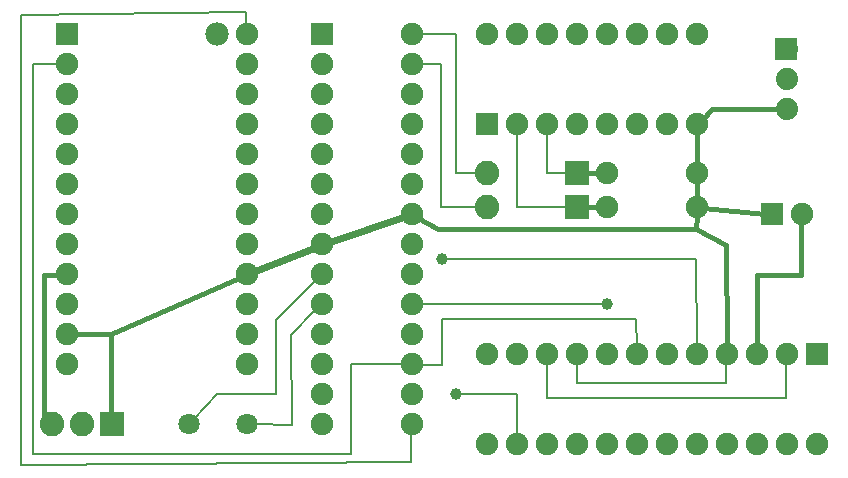
<source format=gtl>
G04 MADE WITH FRITZING*
G04 WWW.FRITZING.ORG*
G04 DOUBLE SIDED*
G04 HOLES PLATED*
G04 CONTOUR ON CENTER OF CONTOUR VECTOR*
%ASAXBY*%
%FSLAX23Y23*%
%MOIN*%
%OFA0B0*%
%SFA1.0B1.0*%
%ADD10C,0.082000*%
%ADD11C,0.075000*%
%ADD12C,0.074000*%
%ADD13C,0.039370*%
%ADD14C,0.070925*%
%ADD15C,0.070866*%
%ADD16C,0.078000*%
%ADD17R,0.082000X0.082000*%
%ADD18R,0.075000X0.075000*%
%ADD19C,0.016000*%
%ADD20C,0.008000*%
%ADD21C,0.024000*%
%ADD22R,0.001000X0.001000*%
%LNCOPPER1*%
G90*
G70*
G54D10*
X1878Y1005D03*
X1580Y1005D03*
X1878Y893D03*
X1580Y893D03*
G54D11*
X1978Y1005D03*
X2278Y1005D03*
X1978Y893D03*
X2278Y893D03*
G54D12*
X2578Y1418D03*
X2578Y1318D03*
X2578Y1218D03*
X2578Y1418D03*
X2578Y1318D03*
X2578Y1218D03*
G54D11*
X2528Y868D03*
X2628Y868D03*
G54D13*
X1476Y269D03*
X1978Y568D03*
X1428Y718D03*
G54D11*
X2678Y404D03*
X2678Y104D03*
X2578Y404D03*
X2578Y104D03*
X2478Y404D03*
X2478Y104D03*
X2378Y404D03*
X2378Y104D03*
X2278Y404D03*
X2278Y104D03*
X2178Y404D03*
X2178Y104D03*
X2078Y404D03*
X2078Y104D03*
X1978Y404D03*
X1978Y104D03*
X1878Y404D03*
X1878Y104D03*
X1778Y404D03*
X1778Y104D03*
X1678Y404D03*
X1678Y104D03*
X1578Y404D03*
X1578Y104D03*
X1028Y1468D03*
X1328Y1468D03*
X1028Y1368D03*
X1328Y1368D03*
X1028Y1268D03*
X1328Y1268D03*
X1028Y1168D03*
X1328Y1168D03*
X1028Y1068D03*
X1328Y1068D03*
X1028Y968D03*
X1328Y968D03*
X1028Y868D03*
X1328Y868D03*
X1028Y768D03*
X1328Y768D03*
X1028Y668D03*
X1328Y668D03*
X1028Y568D03*
X1328Y568D03*
X1028Y468D03*
X1328Y468D03*
X1028Y368D03*
X1328Y368D03*
X1028Y268D03*
X1328Y268D03*
X1028Y168D03*
X1328Y168D03*
X178Y1468D03*
X778Y1468D03*
X178Y1368D03*
X778Y1368D03*
X178Y1268D03*
X778Y1268D03*
X178Y1168D03*
X778Y1168D03*
X178Y1068D03*
X778Y1068D03*
X178Y968D03*
X778Y968D03*
X178Y868D03*
X778Y868D03*
X178Y768D03*
X778Y768D03*
X178Y668D03*
X778Y668D03*
X178Y568D03*
X778Y568D03*
X178Y468D03*
X778Y468D03*
X178Y368D03*
X778Y368D03*
G54D10*
X328Y168D03*
X228Y168D03*
X128Y168D03*
G54D14*
X584Y168D03*
G54D15*
X778Y168D03*
G54D11*
X1578Y1168D03*
X1578Y1468D03*
X1678Y1168D03*
X1678Y1468D03*
X1778Y1168D03*
X1778Y1468D03*
X1878Y1168D03*
X1878Y1468D03*
X1978Y1168D03*
X1978Y1468D03*
X2078Y1168D03*
X2078Y1468D03*
X2178Y1168D03*
X2178Y1468D03*
X2278Y1168D03*
X2278Y1468D03*
G54D16*
X678Y1468D03*
G54D17*
X1879Y1005D03*
X1879Y893D03*
G54D18*
X2528Y868D03*
X2678Y404D03*
X1028Y1468D03*
X178Y1468D03*
G54D17*
X328Y168D03*
G54D18*
X1578Y1168D03*
G54D19*
X1949Y893D02*
X1910Y893D01*
D02*
X1949Y1005D02*
X1910Y1005D01*
G54D20*
D02*
X1477Y1005D02*
X1553Y1005D01*
D02*
X1427Y893D02*
X1553Y893D01*
D02*
X1427Y1368D02*
X1427Y893D01*
D02*
X1477Y1468D02*
X1477Y1005D01*
D02*
X1351Y1368D02*
X1427Y1368D01*
D02*
X1351Y1468D02*
X1477Y1468D01*
G54D19*
D02*
X2478Y666D02*
X2478Y428D01*
D02*
X2627Y666D02*
X2478Y666D01*
D02*
X2627Y839D02*
X2627Y666D01*
G54D20*
D02*
X2376Y305D02*
X2377Y376D01*
D02*
X2576Y255D02*
X1778Y255D01*
D02*
X1778Y255D02*
X1778Y381D01*
D02*
X2577Y376D02*
X2576Y255D01*
D02*
X1878Y305D02*
X2376Y305D01*
D02*
X1878Y376D02*
X1878Y305D01*
G54D19*
D02*
X2328Y1218D02*
X2546Y1218D01*
D02*
X2294Y1184D02*
X2328Y1218D01*
D02*
X2376Y767D02*
X2378Y428D01*
D02*
X2277Y818D02*
X2376Y767D01*
G54D20*
D02*
X2277Y718D02*
X2278Y428D01*
D02*
X1441Y718D02*
X2277Y718D01*
D02*
X1679Y269D02*
X1678Y128D01*
D02*
X1495Y269D02*
X1679Y269D01*
D02*
X1428Y366D02*
X1356Y367D01*
D02*
X1428Y519D02*
X1428Y366D01*
D02*
X2077Y519D02*
X1428Y519D01*
D02*
X2078Y428D02*
X2077Y519D01*
D02*
X1356Y568D02*
X1959Y568D01*
D02*
X1678Y893D02*
X1678Y1145D01*
D02*
X1851Y893D02*
X1678Y893D01*
D02*
X1851Y1005D02*
X1778Y1005D01*
D02*
X1778Y1005D02*
X1778Y1145D01*
G54D19*
D02*
X154Y667D02*
X102Y667D01*
D02*
X327Y200D02*
X326Y468D01*
G54D21*
D02*
X804Y678D02*
X1001Y757D01*
G54D20*
D02*
X1327Y42D02*
X27Y31D01*
D02*
X1327Y145D02*
X1327Y42D01*
D02*
X27Y1531D02*
X777Y1542D01*
D02*
X27Y31D02*
X27Y1531D01*
D02*
X777Y1542D02*
X777Y1491D01*
D02*
X1125Y368D02*
X1127Y69D01*
D02*
X65Y69D02*
X65Y1369D01*
D02*
X1299Y368D02*
X1125Y368D01*
D02*
X65Y1369D02*
X154Y1368D01*
G54D21*
D02*
X1300Y859D02*
X1055Y777D01*
G54D19*
D02*
X206Y468D02*
X326Y468D01*
G54D20*
D02*
X877Y517D02*
X1007Y647D01*
D02*
X877Y268D02*
X877Y517D01*
D02*
X678Y268D02*
X877Y268D01*
D02*
X603Y187D02*
X678Y268D01*
D02*
X928Y167D02*
X926Y467D01*
D02*
X804Y168D02*
X928Y167D01*
D02*
X926Y467D02*
X1007Y548D01*
D02*
X1127Y69D02*
X65Y69D01*
G54D19*
D02*
X102Y191D02*
X108Y186D01*
D02*
X102Y667D02*
X102Y191D01*
D02*
X326Y468D02*
X206Y468D01*
D02*
X326Y468D02*
X751Y656D01*
D02*
X2278Y1028D02*
X2278Y1145D01*
D02*
X1415Y818D02*
X2277Y818D01*
D02*
X1348Y856D02*
X1415Y818D01*
D02*
X2278Y921D02*
X2278Y977D01*
D02*
X2277Y818D02*
X2278Y864D01*
D02*
X2300Y890D02*
X2505Y870D01*
G54D22*
X2540Y1455D02*
X2613Y1455D01*
X2540Y1454D02*
X2613Y1454D01*
X2540Y1453D02*
X2613Y1453D01*
X2540Y1452D02*
X2613Y1452D01*
X2540Y1451D02*
X2613Y1451D01*
X2540Y1450D02*
X2613Y1450D01*
X2540Y1449D02*
X2613Y1449D01*
X2540Y1448D02*
X2613Y1448D01*
X2540Y1447D02*
X2613Y1447D01*
X2540Y1446D02*
X2613Y1446D01*
X2540Y1445D02*
X2613Y1445D01*
X2540Y1444D02*
X2613Y1444D01*
X2540Y1443D02*
X2613Y1443D01*
X2540Y1442D02*
X2613Y1442D01*
X2540Y1441D02*
X2613Y1441D01*
X2540Y1440D02*
X2613Y1440D01*
X2540Y1439D02*
X2613Y1439D01*
X2540Y1438D02*
X2574Y1438D01*
X2579Y1438D02*
X2613Y1438D01*
X2540Y1437D02*
X2570Y1437D01*
X2583Y1437D02*
X2613Y1437D01*
X2540Y1436D02*
X2567Y1436D01*
X2586Y1436D02*
X2613Y1436D01*
X2540Y1435D02*
X2565Y1435D01*
X2588Y1435D02*
X2613Y1435D01*
X2540Y1434D02*
X2564Y1434D01*
X2589Y1434D02*
X2613Y1434D01*
X2540Y1433D02*
X2563Y1433D01*
X2590Y1433D02*
X2613Y1433D01*
X2540Y1432D02*
X2562Y1432D01*
X2591Y1432D02*
X2613Y1432D01*
X2540Y1431D02*
X2561Y1431D01*
X2592Y1431D02*
X2613Y1431D01*
X2540Y1430D02*
X2560Y1430D01*
X2593Y1430D02*
X2613Y1430D01*
X2540Y1429D02*
X2559Y1429D01*
X2594Y1429D02*
X2613Y1429D01*
X2540Y1428D02*
X2559Y1428D01*
X2594Y1428D02*
X2613Y1428D01*
X2540Y1427D02*
X2558Y1427D01*
X2595Y1427D02*
X2613Y1427D01*
X2540Y1426D02*
X2558Y1426D01*
X2595Y1426D02*
X2613Y1426D01*
X2540Y1425D02*
X2557Y1425D01*
X2596Y1425D02*
X2613Y1425D01*
X2540Y1424D02*
X2557Y1424D01*
X2596Y1424D02*
X2613Y1424D01*
X2540Y1423D02*
X2557Y1423D01*
X2596Y1423D02*
X2613Y1423D01*
X2540Y1422D02*
X2556Y1422D01*
X2597Y1422D02*
X2613Y1422D01*
X2540Y1421D02*
X2556Y1421D01*
X2597Y1421D02*
X2613Y1421D01*
X2540Y1420D02*
X2556Y1420D01*
X2597Y1420D02*
X2613Y1420D01*
X2540Y1419D02*
X2556Y1419D01*
X2597Y1419D02*
X2613Y1419D01*
X2540Y1418D02*
X2556Y1418D01*
X2597Y1418D02*
X2613Y1418D01*
X2540Y1417D02*
X2556Y1417D01*
X2597Y1417D02*
X2613Y1417D01*
X2540Y1416D02*
X2556Y1416D01*
X2597Y1416D02*
X2613Y1416D01*
X2540Y1415D02*
X2556Y1415D01*
X2597Y1415D02*
X2613Y1415D01*
X2540Y1414D02*
X2556Y1414D01*
X2596Y1414D02*
X2613Y1414D01*
X2540Y1413D02*
X2557Y1413D01*
X2596Y1413D02*
X2613Y1413D01*
X2540Y1412D02*
X2557Y1412D01*
X2596Y1412D02*
X2613Y1412D01*
X2540Y1411D02*
X2557Y1411D01*
X2596Y1411D02*
X2613Y1411D01*
X2540Y1410D02*
X2558Y1410D01*
X2595Y1410D02*
X2613Y1410D01*
X2540Y1409D02*
X2558Y1409D01*
X2595Y1409D02*
X2613Y1409D01*
X2540Y1408D02*
X2559Y1408D01*
X2594Y1408D02*
X2613Y1408D01*
X2540Y1407D02*
X2559Y1407D01*
X2594Y1407D02*
X2613Y1407D01*
X2540Y1406D02*
X2560Y1406D01*
X2593Y1406D02*
X2613Y1406D01*
X2540Y1405D02*
X2561Y1405D01*
X2592Y1405D02*
X2613Y1405D01*
X2540Y1404D02*
X2562Y1404D01*
X2591Y1404D02*
X2613Y1404D01*
X2540Y1403D02*
X2563Y1403D01*
X2590Y1403D02*
X2613Y1403D01*
X2540Y1402D02*
X2564Y1402D01*
X2589Y1402D02*
X2613Y1402D01*
X2540Y1401D02*
X2566Y1401D01*
X2587Y1401D02*
X2613Y1401D01*
X2540Y1400D02*
X2568Y1400D01*
X2585Y1400D02*
X2613Y1400D01*
X2540Y1399D02*
X2571Y1399D01*
X2582Y1399D02*
X2613Y1399D01*
X2540Y1398D02*
X2613Y1398D01*
X2540Y1397D02*
X2613Y1397D01*
X2540Y1396D02*
X2613Y1396D01*
X2540Y1395D02*
X2613Y1395D01*
X2540Y1394D02*
X2613Y1394D01*
X2540Y1393D02*
X2613Y1393D01*
X2540Y1392D02*
X2613Y1392D01*
X2540Y1391D02*
X2613Y1391D01*
X2540Y1390D02*
X2613Y1390D01*
X2540Y1389D02*
X2613Y1389D01*
X2540Y1388D02*
X2613Y1388D01*
X2540Y1387D02*
X2613Y1387D01*
X2540Y1386D02*
X2613Y1386D01*
X2540Y1385D02*
X2613Y1385D01*
X2540Y1384D02*
X2613Y1384D01*
X2540Y1383D02*
X2613Y1383D01*
X2540Y1382D02*
X2613Y1382D01*
D02*
G04 End of Copper1*
M02*
</source>
